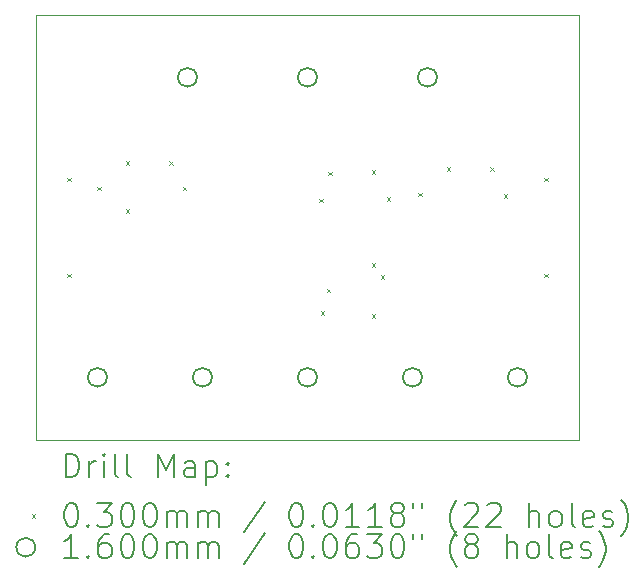
<source format=gbr>
%FSLAX45Y45*%
G04 Gerber Fmt 4.5, Leading zero omitted, Abs format (unit mm)*
G04 Created by KiCad (PCBNEW (6.0.2-0)) date 2022-04-12 18:59:26*
%MOMM*%
%LPD*%
G01*
G04 APERTURE LIST*
%TA.AperFunction,Profile*%
%ADD10C,0.100000*%
%TD*%
%ADD11C,0.200000*%
%ADD12C,0.030000*%
%ADD13C,0.160000*%
G04 APERTURE END LIST*
D10*
X11162000Y-7852000D02*
X15762000Y-7852000D01*
X15762000Y-7852000D02*
X15762000Y-11452000D01*
X15762000Y-11452000D02*
X11162000Y-11452000D01*
X11162000Y-11452000D02*
X11162000Y-7852000D01*
D11*
D12*
X11427700Y-9230600D02*
X11457700Y-9260600D01*
X11457700Y-9230600D02*
X11427700Y-9260600D01*
X11427700Y-10043400D02*
X11457700Y-10073400D01*
X11457700Y-10043400D02*
X11427700Y-10073400D01*
X11681700Y-9306800D02*
X11711700Y-9336800D01*
X11711700Y-9306800D02*
X11681700Y-9336800D01*
X11923000Y-9090900D02*
X11953000Y-9120900D01*
X11953000Y-9090900D02*
X11923000Y-9120900D01*
X11923000Y-9497300D02*
X11953000Y-9527300D01*
X11953000Y-9497300D02*
X11923000Y-9527300D01*
X12291300Y-9090900D02*
X12321300Y-9120900D01*
X12321300Y-9090900D02*
X12291300Y-9120900D01*
X12405600Y-9306800D02*
X12435600Y-9336800D01*
X12435600Y-9306800D02*
X12405600Y-9336800D01*
X13561300Y-9408400D02*
X13591300Y-9438400D01*
X13591300Y-9408400D02*
X13561300Y-9438400D01*
X13574000Y-10360900D02*
X13604000Y-10390900D01*
X13604000Y-10360900D02*
X13574000Y-10390900D01*
X13624800Y-10170400D02*
X13654800Y-10200400D01*
X13654800Y-10170400D02*
X13624800Y-10200400D01*
X13637500Y-9179800D02*
X13667500Y-9209800D01*
X13667500Y-9179800D02*
X13637500Y-9209800D01*
X14005800Y-9167100D02*
X14035800Y-9197100D01*
X14035800Y-9167100D02*
X14005800Y-9197100D01*
X14005800Y-9954500D02*
X14035800Y-9984500D01*
X14035800Y-9954500D02*
X14005800Y-9984500D01*
X14005800Y-10386300D02*
X14035800Y-10416300D01*
X14035800Y-10386300D02*
X14005800Y-10416300D01*
X14082000Y-10056100D02*
X14112000Y-10086100D01*
X14112000Y-10056100D02*
X14082000Y-10086100D01*
X14132800Y-9395700D02*
X14162800Y-9425700D01*
X14162800Y-9395700D02*
X14132800Y-9425700D01*
X14399500Y-9357600D02*
X14429500Y-9387600D01*
X14429500Y-9357600D02*
X14399500Y-9387600D01*
X14640800Y-9141700D02*
X14670800Y-9171700D01*
X14670800Y-9141700D02*
X14640800Y-9171700D01*
X15009100Y-9141700D02*
X15039100Y-9171700D01*
X15039100Y-9141700D02*
X15009100Y-9171700D01*
X15123400Y-9370300D02*
X15153400Y-9400300D01*
X15153400Y-9370300D02*
X15123400Y-9400300D01*
X15466300Y-9230600D02*
X15496300Y-9260600D01*
X15496300Y-9230600D02*
X15466300Y-9260600D01*
X15466300Y-10043400D02*
X15496300Y-10073400D01*
X15496300Y-10043400D02*
X15466300Y-10073400D01*
D13*
X11764000Y-10922000D02*
G75*
G03*
X11764000Y-10922000I-80000J0D01*
G01*
X12526000Y-8382000D02*
G75*
G03*
X12526000Y-8382000I-80000J0D01*
G01*
X12653000Y-10922000D02*
G75*
G03*
X12653000Y-10922000I-80000J0D01*
G01*
X13542000Y-8382000D02*
G75*
G03*
X13542000Y-8382000I-80000J0D01*
G01*
X13542000Y-10922000D02*
G75*
G03*
X13542000Y-10922000I-80000J0D01*
G01*
X14431000Y-10922000D02*
G75*
G03*
X14431000Y-10922000I-80000J0D01*
G01*
X14558000Y-8382000D02*
G75*
G03*
X14558000Y-8382000I-80000J0D01*
G01*
X15320000Y-10922000D02*
G75*
G03*
X15320000Y-10922000I-80000J0D01*
G01*
D11*
X11414619Y-11767476D02*
X11414619Y-11567476D01*
X11462238Y-11567476D01*
X11490809Y-11577000D01*
X11509857Y-11596048D01*
X11519381Y-11615095D01*
X11528905Y-11653190D01*
X11528905Y-11681762D01*
X11519381Y-11719857D01*
X11509857Y-11738905D01*
X11490809Y-11757952D01*
X11462238Y-11767476D01*
X11414619Y-11767476D01*
X11614619Y-11767476D02*
X11614619Y-11634143D01*
X11614619Y-11672238D02*
X11624143Y-11653190D01*
X11633667Y-11643667D01*
X11652714Y-11634143D01*
X11671762Y-11634143D01*
X11738428Y-11767476D02*
X11738428Y-11634143D01*
X11738428Y-11567476D02*
X11728905Y-11577000D01*
X11738428Y-11586524D01*
X11747952Y-11577000D01*
X11738428Y-11567476D01*
X11738428Y-11586524D01*
X11862238Y-11767476D02*
X11843190Y-11757952D01*
X11833667Y-11738905D01*
X11833667Y-11567476D01*
X11967000Y-11767476D02*
X11947952Y-11757952D01*
X11938428Y-11738905D01*
X11938428Y-11567476D01*
X12195571Y-11767476D02*
X12195571Y-11567476D01*
X12262238Y-11710333D01*
X12328905Y-11567476D01*
X12328905Y-11767476D01*
X12509857Y-11767476D02*
X12509857Y-11662714D01*
X12500333Y-11643667D01*
X12481286Y-11634143D01*
X12443190Y-11634143D01*
X12424143Y-11643667D01*
X12509857Y-11757952D02*
X12490809Y-11767476D01*
X12443190Y-11767476D01*
X12424143Y-11757952D01*
X12414619Y-11738905D01*
X12414619Y-11719857D01*
X12424143Y-11700809D01*
X12443190Y-11691286D01*
X12490809Y-11691286D01*
X12509857Y-11681762D01*
X12605095Y-11634143D02*
X12605095Y-11834143D01*
X12605095Y-11643667D02*
X12624143Y-11634143D01*
X12662238Y-11634143D01*
X12681286Y-11643667D01*
X12690809Y-11653190D01*
X12700333Y-11672238D01*
X12700333Y-11729381D01*
X12690809Y-11748428D01*
X12681286Y-11757952D01*
X12662238Y-11767476D01*
X12624143Y-11767476D01*
X12605095Y-11757952D01*
X12786048Y-11748428D02*
X12795571Y-11757952D01*
X12786048Y-11767476D01*
X12776524Y-11757952D01*
X12786048Y-11748428D01*
X12786048Y-11767476D01*
X12786048Y-11643667D02*
X12795571Y-11653190D01*
X12786048Y-11662714D01*
X12776524Y-11653190D01*
X12786048Y-11643667D01*
X12786048Y-11662714D01*
D12*
X11127000Y-12082000D02*
X11157000Y-12112000D01*
X11157000Y-12082000D02*
X11127000Y-12112000D01*
D11*
X11452714Y-11987476D02*
X11471762Y-11987476D01*
X11490809Y-11997000D01*
X11500333Y-12006524D01*
X11509857Y-12025571D01*
X11519381Y-12063667D01*
X11519381Y-12111286D01*
X11509857Y-12149381D01*
X11500333Y-12168428D01*
X11490809Y-12177952D01*
X11471762Y-12187476D01*
X11452714Y-12187476D01*
X11433667Y-12177952D01*
X11424143Y-12168428D01*
X11414619Y-12149381D01*
X11405095Y-12111286D01*
X11405095Y-12063667D01*
X11414619Y-12025571D01*
X11424143Y-12006524D01*
X11433667Y-11997000D01*
X11452714Y-11987476D01*
X11605095Y-12168428D02*
X11614619Y-12177952D01*
X11605095Y-12187476D01*
X11595571Y-12177952D01*
X11605095Y-12168428D01*
X11605095Y-12187476D01*
X11681286Y-11987476D02*
X11805095Y-11987476D01*
X11738428Y-12063667D01*
X11767000Y-12063667D01*
X11786048Y-12073190D01*
X11795571Y-12082714D01*
X11805095Y-12101762D01*
X11805095Y-12149381D01*
X11795571Y-12168428D01*
X11786048Y-12177952D01*
X11767000Y-12187476D01*
X11709857Y-12187476D01*
X11690809Y-12177952D01*
X11681286Y-12168428D01*
X11928905Y-11987476D02*
X11947952Y-11987476D01*
X11967000Y-11997000D01*
X11976524Y-12006524D01*
X11986048Y-12025571D01*
X11995571Y-12063667D01*
X11995571Y-12111286D01*
X11986048Y-12149381D01*
X11976524Y-12168428D01*
X11967000Y-12177952D01*
X11947952Y-12187476D01*
X11928905Y-12187476D01*
X11909857Y-12177952D01*
X11900333Y-12168428D01*
X11890809Y-12149381D01*
X11881286Y-12111286D01*
X11881286Y-12063667D01*
X11890809Y-12025571D01*
X11900333Y-12006524D01*
X11909857Y-11997000D01*
X11928905Y-11987476D01*
X12119381Y-11987476D02*
X12138428Y-11987476D01*
X12157476Y-11997000D01*
X12167000Y-12006524D01*
X12176524Y-12025571D01*
X12186048Y-12063667D01*
X12186048Y-12111286D01*
X12176524Y-12149381D01*
X12167000Y-12168428D01*
X12157476Y-12177952D01*
X12138428Y-12187476D01*
X12119381Y-12187476D01*
X12100333Y-12177952D01*
X12090809Y-12168428D01*
X12081286Y-12149381D01*
X12071762Y-12111286D01*
X12071762Y-12063667D01*
X12081286Y-12025571D01*
X12090809Y-12006524D01*
X12100333Y-11997000D01*
X12119381Y-11987476D01*
X12271762Y-12187476D02*
X12271762Y-12054143D01*
X12271762Y-12073190D02*
X12281286Y-12063667D01*
X12300333Y-12054143D01*
X12328905Y-12054143D01*
X12347952Y-12063667D01*
X12357476Y-12082714D01*
X12357476Y-12187476D01*
X12357476Y-12082714D02*
X12367000Y-12063667D01*
X12386048Y-12054143D01*
X12414619Y-12054143D01*
X12433667Y-12063667D01*
X12443190Y-12082714D01*
X12443190Y-12187476D01*
X12538428Y-12187476D02*
X12538428Y-12054143D01*
X12538428Y-12073190D02*
X12547952Y-12063667D01*
X12567000Y-12054143D01*
X12595571Y-12054143D01*
X12614619Y-12063667D01*
X12624143Y-12082714D01*
X12624143Y-12187476D01*
X12624143Y-12082714D02*
X12633667Y-12063667D01*
X12652714Y-12054143D01*
X12681286Y-12054143D01*
X12700333Y-12063667D01*
X12709857Y-12082714D01*
X12709857Y-12187476D01*
X13100333Y-11977952D02*
X12928905Y-12235095D01*
X13357476Y-11987476D02*
X13376524Y-11987476D01*
X13395571Y-11997000D01*
X13405095Y-12006524D01*
X13414619Y-12025571D01*
X13424143Y-12063667D01*
X13424143Y-12111286D01*
X13414619Y-12149381D01*
X13405095Y-12168428D01*
X13395571Y-12177952D01*
X13376524Y-12187476D01*
X13357476Y-12187476D01*
X13338428Y-12177952D01*
X13328905Y-12168428D01*
X13319381Y-12149381D01*
X13309857Y-12111286D01*
X13309857Y-12063667D01*
X13319381Y-12025571D01*
X13328905Y-12006524D01*
X13338428Y-11997000D01*
X13357476Y-11987476D01*
X13509857Y-12168428D02*
X13519381Y-12177952D01*
X13509857Y-12187476D01*
X13500333Y-12177952D01*
X13509857Y-12168428D01*
X13509857Y-12187476D01*
X13643190Y-11987476D02*
X13662238Y-11987476D01*
X13681286Y-11997000D01*
X13690809Y-12006524D01*
X13700333Y-12025571D01*
X13709857Y-12063667D01*
X13709857Y-12111286D01*
X13700333Y-12149381D01*
X13690809Y-12168428D01*
X13681286Y-12177952D01*
X13662238Y-12187476D01*
X13643190Y-12187476D01*
X13624143Y-12177952D01*
X13614619Y-12168428D01*
X13605095Y-12149381D01*
X13595571Y-12111286D01*
X13595571Y-12063667D01*
X13605095Y-12025571D01*
X13614619Y-12006524D01*
X13624143Y-11997000D01*
X13643190Y-11987476D01*
X13900333Y-12187476D02*
X13786048Y-12187476D01*
X13843190Y-12187476D02*
X13843190Y-11987476D01*
X13824143Y-12016048D01*
X13805095Y-12035095D01*
X13786048Y-12044619D01*
X14090809Y-12187476D02*
X13976524Y-12187476D01*
X14033667Y-12187476D02*
X14033667Y-11987476D01*
X14014619Y-12016048D01*
X13995571Y-12035095D01*
X13976524Y-12044619D01*
X14205095Y-12073190D02*
X14186048Y-12063667D01*
X14176524Y-12054143D01*
X14167000Y-12035095D01*
X14167000Y-12025571D01*
X14176524Y-12006524D01*
X14186048Y-11997000D01*
X14205095Y-11987476D01*
X14243190Y-11987476D01*
X14262238Y-11997000D01*
X14271762Y-12006524D01*
X14281286Y-12025571D01*
X14281286Y-12035095D01*
X14271762Y-12054143D01*
X14262238Y-12063667D01*
X14243190Y-12073190D01*
X14205095Y-12073190D01*
X14186048Y-12082714D01*
X14176524Y-12092238D01*
X14167000Y-12111286D01*
X14167000Y-12149381D01*
X14176524Y-12168428D01*
X14186048Y-12177952D01*
X14205095Y-12187476D01*
X14243190Y-12187476D01*
X14262238Y-12177952D01*
X14271762Y-12168428D01*
X14281286Y-12149381D01*
X14281286Y-12111286D01*
X14271762Y-12092238D01*
X14262238Y-12082714D01*
X14243190Y-12073190D01*
X14357476Y-11987476D02*
X14357476Y-12025571D01*
X14433667Y-11987476D02*
X14433667Y-12025571D01*
X14728905Y-12263667D02*
X14719381Y-12254143D01*
X14700333Y-12225571D01*
X14690809Y-12206524D01*
X14681286Y-12177952D01*
X14671762Y-12130333D01*
X14671762Y-12092238D01*
X14681286Y-12044619D01*
X14690809Y-12016048D01*
X14700333Y-11997000D01*
X14719381Y-11968428D01*
X14728905Y-11958905D01*
X14795571Y-12006524D02*
X14805095Y-11997000D01*
X14824143Y-11987476D01*
X14871762Y-11987476D01*
X14890809Y-11997000D01*
X14900333Y-12006524D01*
X14909857Y-12025571D01*
X14909857Y-12044619D01*
X14900333Y-12073190D01*
X14786048Y-12187476D01*
X14909857Y-12187476D01*
X14986048Y-12006524D02*
X14995571Y-11997000D01*
X15014619Y-11987476D01*
X15062238Y-11987476D01*
X15081286Y-11997000D01*
X15090809Y-12006524D01*
X15100333Y-12025571D01*
X15100333Y-12044619D01*
X15090809Y-12073190D01*
X14976524Y-12187476D01*
X15100333Y-12187476D01*
X15338428Y-12187476D02*
X15338428Y-11987476D01*
X15424143Y-12187476D02*
X15424143Y-12082714D01*
X15414619Y-12063667D01*
X15395571Y-12054143D01*
X15367000Y-12054143D01*
X15347952Y-12063667D01*
X15338428Y-12073190D01*
X15547952Y-12187476D02*
X15528905Y-12177952D01*
X15519381Y-12168428D01*
X15509857Y-12149381D01*
X15509857Y-12092238D01*
X15519381Y-12073190D01*
X15528905Y-12063667D01*
X15547952Y-12054143D01*
X15576524Y-12054143D01*
X15595571Y-12063667D01*
X15605095Y-12073190D01*
X15614619Y-12092238D01*
X15614619Y-12149381D01*
X15605095Y-12168428D01*
X15595571Y-12177952D01*
X15576524Y-12187476D01*
X15547952Y-12187476D01*
X15728905Y-12187476D02*
X15709857Y-12177952D01*
X15700333Y-12158905D01*
X15700333Y-11987476D01*
X15881286Y-12177952D02*
X15862238Y-12187476D01*
X15824143Y-12187476D01*
X15805095Y-12177952D01*
X15795571Y-12158905D01*
X15795571Y-12082714D01*
X15805095Y-12063667D01*
X15824143Y-12054143D01*
X15862238Y-12054143D01*
X15881286Y-12063667D01*
X15890809Y-12082714D01*
X15890809Y-12101762D01*
X15795571Y-12120809D01*
X15967000Y-12177952D02*
X15986048Y-12187476D01*
X16024143Y-12187476D01*
X16043190Y-12177952D01*
X16052714Y-12158905D01*
X16052714Y-12149381D01*
X16043190Y-12130333D01*
X16024143Y-12120809D01*
X15995571Y-12120809D01*
X15976524Y-12111286D01*
X15967000Y-12092238D01*
X15967000Y-12082714D01*
X15976524Y-12063667D01*
X15995571Y-12054143D01*
X16024143Y-12054143D01*
X16043190Y-12063667D01*
X16119381Y-12263667D02*
X16128905Y-12254143D01*
X16147952Y-12225571D01*
X16157476Y-12206524D01*
X16167000Y-12177952D01*
X16176524Y-12130333D01*
X16176524Y-12092238D01*
X16167000Y-12044619D01*
X16157476Y-12016048D01*
X16147952Y-11997000D01*
X16128905Y-11968428D01*
X16119381Y-11958905D01*
D13*
X11157000Y-12361000D02*
G75*
G03*
X11157000Y-12361000I-80000J0D01*
G01*
D11*
X11519381Y-12451476D02*
X11405095Y-12451476D01*
X11462238Y-12451476D02*
X11462238Y-12251476D01*
X11443190Y-12280048D01*
X11424143Y-12299095D01*
X11405095Y-12308619D01*
X11605095Y-12432428D02*
X11614619Y-12441952D01*
X11605095Y-12451476D01*
X11595571Y-12441952D01*
X11605095Y-12432428D01*
X11605095Y-12451476D01*
X11786048Y-12251476D02*
X11747952Y-12251476D01*
X11728905Y-12261000D01*
X11719381Y-12270524D01*
X11700333Y-12299095D01*
X11690809Y-12337190D01*
X11690809Y-12413381D01*
X11700333Y-12432428D01*
X11709857Y-12441952D01*
X11728905Y-12451476D01*
X11767000Y-12451476D01*
X11786048Y-12441952D01*
X11795571Y-12432428D01*
X11805095Y-12413381D01*
X11805095Y-12365762D01*
X11795571Y-12346714D01*
X11786048Y-12337190D01*
X11767000Y-12327667D01*
X11728905Y-12327667D01*
X11709857Y-12337190D01*
X11700333Y-12346714D01*
X11690809Y-12365762D01*
X11928905Y-12251476D02*
X11947952Y-12251476D01*
X11967000Y-12261000D01*
X11976524Y-12270524D01*
X11986048Y-12289571D01*
X11995571Y-12327667D01*
X11995571Y-12375286D01*
X11986048Y-12413381D01*
X11976524Y-12432428D01*
X11967000Y-12441952D01*
X11947952Y-12451476D01*
X11928905Y-12451476D01*
X11909857Y-12441952D01*
X11900333Y-12432428D01*
X11890809Y-12413381D01*
X11881286Y-12375286D01*
X11881286Y-12327667D01*
X11890809Y-12289571D01*
X11900333Y-12270524D01*
X11909857Y-12261000D01*
X11928905Y-12251476D01*
X12119381Y-12251476D02*
X12138428Y-12251476D01*
X12157476Y-12261000D01*
X12167000Y-12270524D01*
X12176524Y-12289571D01*
X12186048Y-12327667D01*
X12186048Y-12375286D01*
X12176524Y-12413381D01*
X12167000Y-12432428D01*
X12157476Y-12441952D01*
X12138428Y-12451476D01*
X12119381Y-12451476D01*
X12100333Y-12441952D01*
X12090809Y-12432428D01*
X12081286Y-12413381D01*
X12071762Y-12375286D01*
X12071762Y-12327667D01*
X12081286Y-12289571D01*
X12090809Y-12270524D01*
X12100333Y-12261000D01*
X12119381Y-12251476D01*
X12271762Y-12451476D02*
X12271762Y-12318143D01*
X12271762Y-12337190D02*
X12281286Y-12327667D01*
X12300333Y-12318143D01*
X12328905Y-12318143D01*
X12347952Y-12327667D01*
X12357476Y-12346714D01*
X12357476Y-12451476D01*
X12357476Y-12346714D02*
X12367000Y-12327667D01*
X12386048Y-12318143D01*
X12414619Y-12318143D01*
X12433667Y-12327667D01*
X12443190Y-12346714D01*
X12443190Y-12451476D01*
X12538428Y-12451476D02*
X12538428Y-12318143D01*
X12538428Y-12337190D02*
X12547952Y-12327667D01*
X12567000Y-12318143D01*
X12595571Y-12318143D01*
X12614619Y-12327667D01*
X12624143Y-12346714D01*
X12624143Y-12451476D01*
X12624143Y-12346714D02*
X12633667Y-12327667D01*
X12652714Y-12318143D01*
X12681286Y-12318143D01*
X12700333Y-12327667D01*
X12709857Y-12346714D01*
X12709857Y-12451476D01*
X13100333Y-12241952D02*
X12928905Y-12499095D01*
X13357476Y-12251476D02*
X13376524Y-12251476D01*
X13395571Y-12261000D01*
X13405095Y-12270524D01*
X13414619Y-12289571D01*
X13424143Y-12327667D01*
X13424143Y-12375286D01*
X13414619Y-12413381D01*
X13405095Y-12432428D01*
X13395571Y-12441952D01*
X13376524Y-12451476D01*
X13357476Y-12451476D01*
X13338428Y-12441952D01*
X13328905Y-12432428D01*
X13319381Y-12413381D01*
X13309857Y-12375286D01*
X13309857Y-12327667D01*
X13319381Y-12289571D01*
X13328905Y-12270524D01*
X13338428Y-12261000D01*
X13357476Y-12251476D01*
X13509857Y-12432428D02*
X13519381Y-12441952D01*
X13509857Y-12451476D01*
X13500333Y-12441952D01*
X13509857Y-12432428D01*
X13509857Y-12451476D01*
X13643190Y-12251476D02*
X13662238Y-12251476D01*
X13681286Y-12261000D01*
X13690809Y-12270524D01*
X13700333Y-12289571D01*
X13709857Y-12327667D01*
X13709857Y-12375286D01*
X13700333Y-12413381D01*
X13690809Y-12432428D01*
X13681286Y-12441952D01*
X13662238Y-12451476D01*
X13643190Y-12451476D01*
X13624143Y-12441952D01*
X13614619Y-12432428D01*
X13605095Y-12413381D01*
X13595571Y-12375286D01*
X13595571Y-12327667D01*
X13605095Y-12289571D01*
X13614619Y-12270524D01*
X13624143Y-12261000D01*
X13643190Y-12251476D01*
X13881286Y-12251476D02*
X13843190Y-12251476D01*
X13824143Y-12261000D01*
X13814619Y-12270524D01*
X13795571Y-12299095D01*
X13786048Y-12337190D01*
X13786048Y-12413381D01*
X13795571Y-12432428D01*
X13805095Y-12441952D01*
X13824143Y-12451476D01*
X13862238Y-12451476D01*
X13881286Y-12441952D01*
X13890809Y-12432428D01*
X13900333Y-12413381D01*
X13900333Y-12365762D01*
X13890809Y-12346714D01*
X13881286Y-12337190D01*
X13862238Y-12327667D01*
X13824143Y-12327667D01*
X13805095Y-12337190D01*
X13795571Y-12346714D01*
X13786048Y-12365762D01*
X13967000Y-12251476D02*
X14090809Y-12251476D01*
X14024143Y-12327667D01*
X14052714Y-12327667D01*
X14071762Y-12337190D01*
X14081286Y-12346714D01*
X14090809Y-12365762D01*
X14090809Y-12413381D01*
X14081286Y-12432428D01*
X14071762Y-12441952D01*
X14052714Y-12451476D01*
X13995571Y-12451476D01*
X13976524Y-12441952D01*
X13967000Y-12432428D01*
X14214619Y-12251476D02*
X14233667Y-12251476D01*
X14252714Y-12261000D01*
X14262238Y-12270524D01*
X14271762Y-12289571D01*
X14281286Y-12327667D01*
X14281286Y-12375286D01*
X14271762Y-12413381D01*
X14262238Y-12432428D01*
X14252714Y-12441952D01*
X14233667Y-12451476D01*
X14214619Y-12451476D01*
X14195571Y-12441952D01*
X14186048Y-12432428D01*
X14176524Y-12413381D01*
X14167000Y-12375286D01*
X14167000Y-12327667D01*
X14176524Y-12289571D01*
X14186048Y-12270524D01*
X14195571Y-12261000D01*
X14214619Y-12251476D01*
X14357476Y-12251476D02*
X14357476Y-12289571D01*
X14433667Y-12251476D02*
X14433667Y-12289571D01*
X14728905Y-12527667D02*
X14719381Y-12518143D01*
X14700333Y-12489571D01*
X14690809Y-12470524D01*
X14681286Y-12441952D01*
X14671762Y-12394333D01*
X14671762Y-12356238D01*
X14681286Y-12308619D01*
X14690809Y-12280048D01*
X14700333Y-12261000D01*
X14719381Y-12232428D01*
X14728905Y-12222905D01*
X14833667Y-12337190D02*
X14814619Y-12327667D01*
X14805095Y-12318143D01*
X14795571Y-12299095D01*
X14795571Y-12289571D01*
X14805095Y-12270524D01*
X14814619Y-12261000D01*
X14833667Y-12251476D01*
X14871762Y-12251476D01*
X14890809Y-12261000D01*
X14900333Y-12270524D01*
X14909857Y-12289571D01*
X14909857Y-12299095D01*
X14900333Y-12318143D01*
X14890809Y-12327667D01*
X14871762Y-12337190D01*
X14833667Y-12337190D01*
X14814619Y-12346714D01*
X14805095Y-12356238D01*
X14795571Y-12375286D01*
X14795571Y-12413381D01*
X14805095Y-12432428D01*
X14814619Y-12441952D01*
X14833667Y-12451476D01*
X14871762Y-12451476D01*
X14890809Y-12441952D01*
X14900333Y-12432428D01*
X14909857Y-12413381D01*
X14909857Y-12375286D01*
X14900333Y-12356238D01*
X14890809Y-12346714D01*
X14871762Y-12337190D01*
X15147952Y-12451476D02*
X15147952Y-12251476D01*
X15233667Y-12451476D02*
X15233667Y-12346714D01*
X15224143Y-12327667D01*
X15205095Y-12318143D01*
X15176524Y-12318143D01*
X15157476Y-12327667D01*
X15147952Y-12337190D01*
X15357476Y-12451476D02*
X15338428Y-12441952D01*
X15328905Y-12432428D01*
X15319381Y-12413381D01*
X15319381Y-12356238D01*
X15328905Y-12337190D01*
X15338428Y-12327667D01*
X15357476Y-12318143D01*
X15386048Y-12318143D01*
X15405095Y-12327667D01*
X15414619Y-12337190D01*
X15424143Y-12356238D01*
X15424143Y-12413381D01*
X15414619Y-12432428D01*
X15405095Y-12441952D01*
X15386048Y-12451476D01*
X15357476Y-12451476D01*
X15538428Y-12451476D02*
X15519381Y-12441952D01*
X15509857Y-12422905D01*
X15509857Y-12251476D01*
X15690809Y-12441952D02*
X15671762Y-12451476D01*
X15633667Y-12451476D01*
X15614619Y-12441952D01*
X15605095Y-12422905D01*
X15605095Y-12346714D01*
X15614619Y-12327667D01*
X15633667Y-12318143D01*
X15671762Y-12318143D01*
X15690809Y-12327667D01*
X15700333Y-12346714D01*
X15700333Y-12365762D01*
X15605095Y-12384809D01*
X15776524Y-12441952D02*
X15795571Y-12451476D01*
X15833667Y-12451476D01*
X15852714Y-12441952D01*
X15862238Y-12422905D01*
X15862238Y-12413381D01*
X15852714Y-12394333D01*
X15833667Y-12384809D01*
X15805095Y-12384809D01*
X15786048Y-12375286D01*
X15776524Y-12356238D01*
X15776524Y-12346714D01*
X15786048Y-12327667D01*
X15805095Y-12318143D01*
X15833667Y-12318143D01*
X15852714Y-12327667D01*
X15928905Y-12527667D02*
X15938428Y-12518143D01*
X15957476Y-12489571D01*
X15967000Y-12470524D01*
X15976524Y-12441952D01*
X15986048Y-12394333D01*
X15986048Y-12356238D01*
X15976524Y-12308619D01*
X15967000Y-12280048D01*
X15957476Y-12261000D01*
X15938428Y-12232428D01*
X15928905Y-12222905D01*
M02*

</source>
